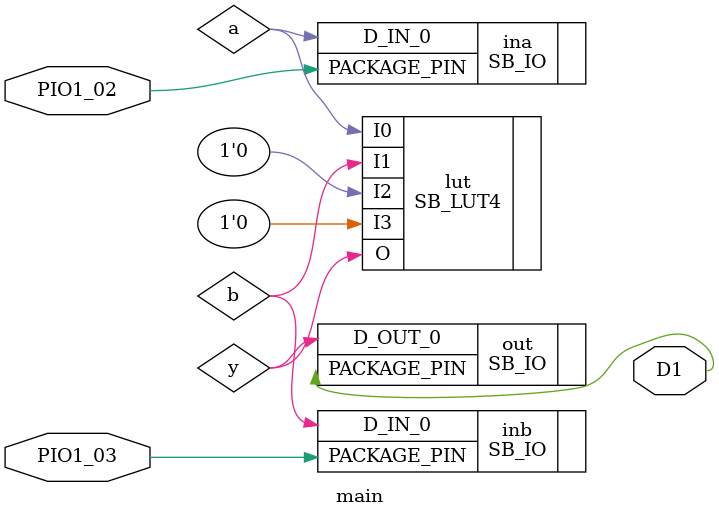
<source format=v>
module main (input PIO1_02, input PIO1_03, output D1);

wire a, b;
wire y;

SB_IO #(.PIN_TYPE(6'b00_0000)) 
    ina ( .PACKAGE_PIN(PIO1_02), .D_IN_0(a) );
SB_IO #(.PIN_TYPE(6'b00_0000)) 
    inb ( .PACKAGE_PIN(PIO1_03), .D_IN_0(b) );

(* LOC="2,2/0" *)
SB_LUT4 #(.LUT_INIT(16'b1000_1000_1000_1000)) 
    lut ( .I0(a), .I1(b), .I2(1'b0), .I3(1'b0), .O(y) );

SB_IO #(.PIN_TYPE(6'b01_0110)) 
    out ( .PACKAGE_PIN(D1), .D_OUT_0(y) );

endmodule


</source>
